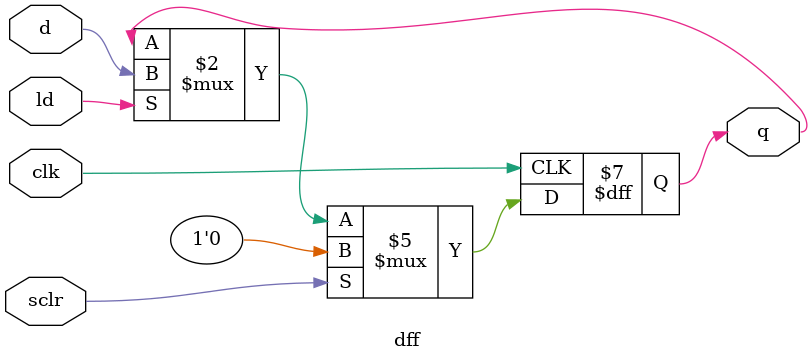
<source format=v>
module dff (d, sclr, ld, clk, q);
	input d, sclr, ld, clk;
	output q;
	reg q;

	always @(posedge clk)
		if (sclr)
			q <= 1'b0;
		else if (ld)
			q <= d;

endmodule
</source>
